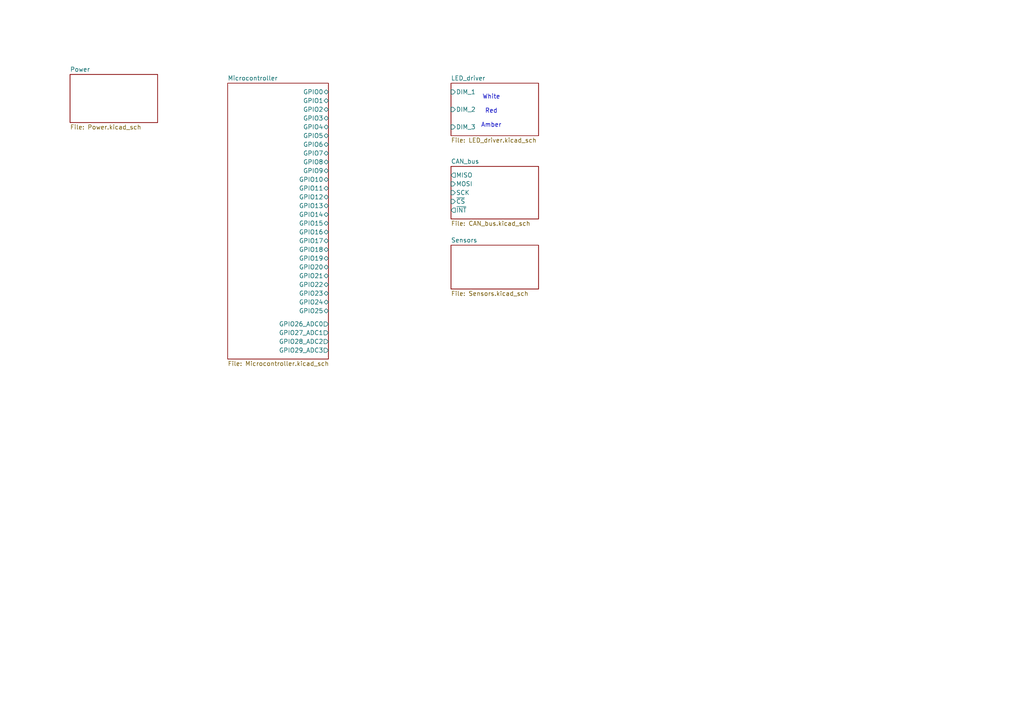
<source format=kicad_sch>
(kicad_sch
	(version 20231120)
	(generator "eeschema")
	(generator_version "8.0")
	(uuid "16808901-367a-4ed1-b5c3-f1221533388f")
	(paper "A4")
	(lib_symbols)
	(wire
		(pts
			(xy 381 19.05) (xy 381 20.32)
		)
		(stroke
			(width 0)
			(type default)
		)
		(uuid "2bbb2833-7c39-42b1-97da-112a4c04d69f")
	)
	(text "White\n\nRed\n\nAmber"
		(exclude_from_sim no)
		(at 142.494 27.432 0)
		(effects
			(font
				(size 1.27 1.27)
			)
			(justify top)
		)
		(uuid "0bb82ae5-2178-4b98-8468-ed8f62fdf992")
	)
	(sheet
		(at 130.81 48.26)
		(size 25.4 15.24)
		(fields_autoplaced yes)
		(stroke
			(width 0.1524)
			(type solid)
		)
		(fill
			(color 0 0 0 0.0000)
		)
		(uuid "3f84623b-64c8-4d08-bd76-cb26c1d6d14e")
		(property "Sheetname" "CAN_bus"
			(at 130.81 47.5484 0)
			(effects
				(font
					(size 1.27 1.27)
				)
				(justify left bottom)
			)
		)
		(property "Sheetfile" "CAN_bus.kicad_sch"
			(at 130.81 64.0846 0)
			(effects
				(font
					(size 1.27 1.27)
				)
				(justify left top)
			)
		)
		(pin "~{INT}" output
			(at 130.81 60.96 180)
			(effects
				(font
					(size 1.27 1.27)
				)
				(justify left)
			)
			(uuid "8f088e50-31f3-4e5e-9fe2-ef3bf8b02dda")
		)
		(pin "SCK" input
			(at 130.81 55.88 180)
			(effects
				(font
					(size 1.27 1.27)
				)
				(justify left)
			)
			(uuid "5dce4414-3ee0-467f-acc6-23d3e0aeb33a")
		)
		(pin "MISO" output
			(at 130.81 50.8 180)
			(effects
				(font
					(size 1.27 1.27)
				)
				(justify left)
			)
			(uuid "dc786acd-c7ec-442b-9c16-2641ef7bbc7c")
		)
		(pin "MOSI" input
			(at 130.81 53.34 180)
			(effects
				(font
					(size 1.27 1.27)
				)
				(justify left)
			)
			(uuid "a52293ec-e0ac-4f3f-8c5b-fa114aa576b0")
		)
		(pin "~{CS}" input
			(at 130.81 58.42 180)
			(effects
				(font
					(size 1.27 1.27)
				)
				(justify left)
			)
			(uuid "198a018a-2afe-4a15-b0ea-0f31665cca5e")
		)
		(instances
			(project "LED_Module"
				(path "/16808901-367a-4ed1-b5c3-f1221533388f"
					(page "4")
				)
			)
		)
	)
	(sheet
		(at 66.04 24.13)
		(size 29.21 80.01)
		(fields_autoplaced yes)
		(stroke
			(width 0.1524)
			(type solid)
		)
		(fill
			(color 0 0 0 0.0000)
		)
		(uuid "491ba666-eea9-4d2d-9b48-12ddc2954e77")
		(property "Sheetname" "Microcontroller"
			(at 66.04 23.4184 0)
			(effects
				(font
					(size 1.27 1.27)
				)
				(justify left bottom)
			)
		)
		(property "Sheetfile" "Microcontroller.kicad_sch"
			(at 66.04 104.7246 0)
			(effects
				(font
					(size 1.27 1.27)
				)
				(justify left top)
			)
		)
		(pin "GPIO24" bidirectional
			(at 95.25 87.63 0)
			(effects
				(font
					(size 1.27 1.27)
				)
				(justify right)
			)
			(uuid "f4a9e226-10d6-430c-a369-68d8d43ecefe")
		)
		(pin "GPIO22" bidirectional
			(at 95.25 82.55 0)
			(effects
				(font
					(size 1.27 1.27)
				)
				(justify right)
			)
			(uuid "8f4d01ee-aae4-4c43-a72d-86e6bfe3e014")
		)
		(pin "GPIO23" bidirectional
			(at 95.25 85.09 0)
			(effects
				(font
					(size 1.27 1.27)
				)
				(justify right)
			)
			(uuid "5c4321ce-3bbb-4fc6-b13c-9fb8471127b6")
		)
		(pin "GPIO25" bidirectional
			(at 95.25 90.17 0)
			(effects
				(font
					(size 1.27 1.27)
				)
				(justify right)
			)
			(uuid "c56d0d0a-d58b-4bb4-b9f6-f9c6a9d56784")
		)
		(pin "GPIO6" bidirectional
			(at 95.25 41.91 0)
			(effects
				(font
					(size 1.27 1.27)
				)
				(justify right)
			)
			(uuid "5179a1ac-e75b-43de-aef3-58863f4f63f9")
		)
		(pin "GPIO0" bidirectional
			(at 95.25 26.67 0)
			(effects
				(font
					(size 1.27 1.27)
				)
				(justify right)
			)
			(uuid "e7643829-129b-414a-8bf1-6d56e52a201f")
		)
		(pin "GPIO8" bidirectional
			(at 95.25 46.99 0)
			(effects
				(font
					(size 1.27 1.27)
				)
				(justify right)
			)
			(uuid "e4da0790-60d8-4e11-84a9-6a01a642f68e")
		)
		(pin "GPIO10" bidirectional
			(at 95.25 52.07 0)
			(effects
				(font
					(size 1.27 1.27)
				)
				(justify right)
			)
			(uuid "1de01b76-1669-43a7-a43a-45d121b89490")
		)
		(pin "GPIO7" bidirectional
			(at 95.25 44.45 0)
			(effects
				(font
					(size 1.27 1.27)
				)
				(justify right)
			)
			(uuid "63245e78-784f-41fe-a303-5fae7bde6d4a")
		)
		(pin "GPIO9" bidirectional
			(at 95.25 49.53 0)
			(effects
				(font
					(size 1.27 1.27)
				)
				(justify right)
			)
			(uuid "ea9d1173-456a-4ae2-bda8-3ae79ea268db")
		)
		(pin "GPIO11" bidirectional
			(at 95.25 54.61 0)
			(effects
				(font
					(size 1.27 1.27)
				)
				(justify right)
			)
			(uuid "90752a84-64fc-4d3f-b047-a698bd2eb69d")
		)
		(pin "GPIO14" bidirectional
			(at 95.25 62.23 0)
			(effects
				(font
					(size 1.27 1.27)
				)
				(justify right)
			)
			(uuid "fd7ceec3-ccc9-4a97-a097-b2f84f7822d1")
		)
		(pin "GPIO15" bidirectional
			(at 95.25 64.77 0)
			(effects
				(font
					(size 1.27 1.27)
				)
				(justify right)
			)
			(uuid "162e27f1-9309-45fb-ac8c-bf1d3f1223b4")
		)
		(pin "GPIO16" bidirectional
			(at 95.25 67.31 0)
			(effects
				(font
					(size 1.27 1.27)
				)
				(justify right)
			)
			(uuid "735a2ee3-8e65-4475-a730-030ac14297ab")
		)
		(pin "GPIO13" bidirectional
			(at 95.25 59.69 0)
			(effects
				(font
					(size 1.27 1.27)
				)
				(justify right)
			)
			(uuid "49858c28-57d1-4316-a5a5-4b7ae2464572")
		)
		(pin "GPIO12" bidirectional
			(at 95.25 57.15 0)
			(effects
				(font
					(size 1.27 1.27)
				)
				(justify right)
			)
			(uuid "bebd95ff-a955-412b-8f1c-96192ff6aee3")
		)
		(pin "GPIO20" bidirectional
			(at 95.25 77.47 0)
			(effects
				(font
					(size 1.27 1.27)
				)
				(justify right)
			)
			(uuid "7fa4aaf1-6032-4dee-9ee0-e1ce1be080b8")
		)
		(pin "GPIO21" bidirectional
			(at 95.25 80.01 0)
			(effects
				(font
					(size 1.27 1.27)
				)
				(justify right)
			)
			(uuid "98ff7b28-6496-4e5f-b8d3-e253a3859d60")
		)
		(pin "GPIO18" bidirectional
			(at 95.25 72.39 0)
			(effects
				(font
					(size 1.27 1.27)
				)
				(justify right)
			)
			(uuid "37e1c0bd-a9af-4407-894b-8c1921be07fe")
		)
		(pin "GPIO17" bidirectional
			(at 95.25 69.85 0)
			(effects
				(font
					(size 1.27 1.27)
				)
				(justify right)
			)
			(uuid "69bf3143-f3ec-4aa6-907d-4e14fc8fca79")
		)
		(pin "GPIO19" bidirectional
			(at 95.25 74.93 0)
			(effects
				(font
					(size 1.27 1.27)
				)
				(justify right)
			)
			(uuid "351ae426-37c3-4ee3-91ca-af2060773b5d")
		)
		(pin "GPIO4" bidirectional
			(at 95.25 36.83 0)
			(effects
				(font
					(size 1.27 1.27)
				)
				(justify right)
			)
			(uuid "cd7c36b3-411d-4dc1-94e3-5119c478f4f7")
		)
		(pin "GPIO2" bidirectional
			(at 95.25 31.75 0)
			(effects
				(font
					(size 1.27 1.27)
				)
				(justify right)
			)
			(uuid "ea56953b-e9d5-4b5a-be01-bc187c5abc6a")
		)
		(pin "GPIO5" bidirectional
			(at 95.25 39.37 0)
			(effects
				(font
					(size 1.27 1.27)
				)
				(justify right)
			)
			(uuid "52e9943f-2b88-494c-854b-37e994f008c3")
		)
		(pin "GPIO3" bidirectional
			(at 95.25 34.29 0)
			(effects
				(font
					(size 1.27 1.27)
				)
				(justify right)
			)
			(uuid "1d299b9d-273c-4dd5-a303-098afab54e14")
		)
		(pin "GPIO1" bidirectional
			(at 95.25 29.21 0)
			(effects
				(font
					(size 1.27 1.27)
				)
				(justify right)
			)
			(uuid "fe6ac2be-e6be-42a9-9238-8c2931c74bd4")
		)
		(pin "GPIO26_ADC0" output
			(at 95.25 93.98 0)
			(effects
				(font
					(size 1.27 1.27)
				)
				(justify right)
			)
			(uuid "1073548b-b13c-41ac-9243-5a3039916b63")
		)
		(pin "GPIO28_ADC2" output
			(at 95.25 99.06 0)
			(effects
				(font
					(size 1.27 1.27)
				)
				(justify right)
			)
			(uuid "ebf696de-80cc-4f92-be0e-1e2bf20c4162")
		)
		(pin "GPIO27_ADC1" output
			(at 95.25 96.52 0)
			(effects
				(font
					(size 1.27 1.27)
				)
				(justify right)
			)
			(uuid "eee48e34-1ec6-448d-8330-3780338caef8")
		)
		(pin "GPIO29_ADC3" output
			(at 95.25 101.6 0)
			(effects
				(font
					(size 1.27 1.27)
				)
				(justify right)
			)
			(uuid "cf90125f-b9cf-4c8b-befb-b7ce63f04191")
		)
		(instances
			(project "LED_Module"
				(path "/16808901-367a-4ed1-b5c3-f1221533388f"
					(page "6")
				)
			)
		)
	)
	(sheet
		(at 20.32 21.59)
		(size 25.4 13.97)
		(fields_autoplaced yes)
		(stroke
			(width 0.1524)
			(type solid)
		)
		(fill
			(color 0 0 0 0.0000)
		)
		(uuid "ac7ce9ab-1b69-43a5-a489-e20382a6a58b")
		(property "Sheetname" "Power"
			(at 20.32 20.8784 0)
			(effects
				(font
					(size 1.27 1.27)
				)
				(justify left bottom)
			)
		)
		(property "Sheetfile" "Power.kicad_sch"
			(at 20.32 36.1446 0)
			(effects
				(font
					(size 1.27 1.27)
				)
				(justify left top)
			)
		)
		(instances
			(project "LED_Module"
				(path "/16808901-367a-4ed1-b5c3-f1221533388f"
					(page "5")
				)
			)
		)
	)
	(sheet
		(at 130.81 24.13)
		(size 25.4 15.24)
		(fields_autoplaced yes)
		(stroke
			(width 0.1524)
			(type solid)
		)
		(fill
			(color 0 0 0 0.0000)
		)
		(uuid "d0e35f56-5ab9-4984-b669-2cd6901739d7")
		(property "Sheetname" "LED_driver"
			(at 130.81 23.4184 0)
			(effects
				(font
					(size 1.27 1.27)
				)
				(justify left bottom)
			)
		)
		(property "Sheetfile" "LED_driver.kicad_sch"
			(at 130.81 39.9546 0)
			(effects
				(font
					(size 1.27 1.27)
				)
				(justify left top)
			)
		)
		(pin "DIM_1" input
			(at 130.81 26.67 180)
			(effects
				(font
					(size 1.27 1.27)
				)
				(justify left)
			)
			(uuid "e63b1ca1-2d69-4e62-9a8e-e82704c3bd8f")
		)
		(pin "DIM_2" input
			(at 130.81 31.75 180)
			(effects
				(font
					(size 1.27 1.27)
				)
				(justify left)
			)
			(uuid "ea79b971-9a91-41d1-b3d4-3b22dad3198c")
		)
		(pin "DIM_3" input
			(at 130.81 36.83 180)
			(effects
				(font
					(size 1.27 1.27)
				)
				(justify left)
			)
			(uuid "d0b5f99e-f7af-4f01-aa65-647447e7a0f9")
		)
		(instances
			(project "LED_Module"
				(path "/16808901-367a-4ed1-b5c3-f1221533388f"
					(page "6")
				)
			)
		)
	)
	(sheet
		(at 130.81 71.12)
		(size 25.4 12.7)
		(fields_autoplaced yes)
		(stroke
			(width 0.1524)
			(type solid)
		)
		(fill
			(color 0 0 0 0.0000)
		)
		(uuid "e9010f9b-e0a7-41f4-995c-14b2e7b39a86")
		(property "Sheetname" "Sensors"
			(at 130.81 70.4084 0)
			(effects
				(font
					(size 1.27 1.27)
				)
				(justify left bottom)
			)
		)
		(property "Sheetfile" "Sensors.kicad_sch"
			(at 130.81 84.4046 0)
			(effects
				(font
					(size 1.27 1.27)
				)
				(justify left top)
			)
		)
		(instances
			(project "LED_Module"
				(path "/16808901-367a-4ed1-b5c3-f1221533388f"
					(page "6")
				)
			)
		)
	)
	(sheet_instances
		(path "/"
			(page "1")
		)
	)
)
</source>
